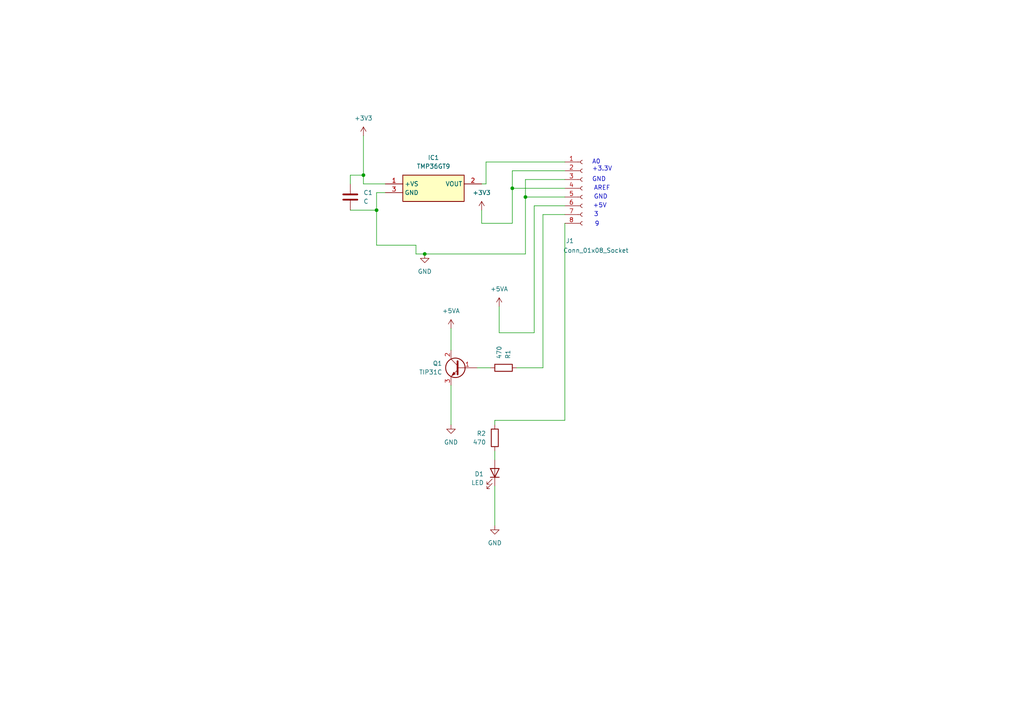
<source format=kicad_sch>
(kicad_sch
	(version 20250114)
	(generator "eeschema")
	(generator_version "9.0")
	(uuid "9b4716e4-cba0-4eba-840b-cc14d979358d")
	(paper "A4")
	(lib_symbols
		(symbol "Connector:Conn_01x08_Socket"
			(pin_names
				(offset 1.016)
				(hide yes)
			)
			(exclude_from_sim no)
			(in_bom yes)
			(on_board yes)
			(property "Reference" "J"
				(at 0 10.16 0)
				(effects
					(font
						(size 1.27 1.27)
					)
				)
			)
			(property "Value" "Conn_01x08_Socket"
				(at 0 -12.7 0)
				(effects
					(font
						(size 1.27 1.27)
					)
				)
			)
			(property "Footprint" ""
				(at 0 0 0)
				(effects
					(font
						(size 1.27 1.27)
					)
					(hide yes)
				)
			)
			(property "Datasheet" "~"
				(at 0 0 0)
				(effects
					(font
						(size 1.27 1.27)
					)
					(hide yes)
				)
			)
			(property "Description" "Generic connector, single row, 01x08, script generated"
				(at 0 0 0)
				(effects
					(font
						(size 1.27 1.27)
					)
					(hide yes)
				)
			)
			(property "ki_locked" ""
				(at 0 0 0)
				(effects
					(font
						(size 1.27 1.27)
					)
				)
			)
			(property "ki_keywords" "connector"
				(at 0 0 0)
				(effects
					(font
						(size 1.27 1.27)
					)
					(hide yes)
				)
			)
			(property "ki_fp_filters" "Connector*:*_1x??_*"
				(at 0 0 0)
				(effects
					(font
						(size 1.27 1.27)
					)
					(hide yes)
				)
			)
			(symbol "Conn_01x08_Socket_1_1"
				(polyline
					(pts
						(xy -1.27 7.62) (xy -0.508 7.62)
					)
					(stroke
						(width 0.1524)
						(type default)
					)
					(fill
						(type none)
					)
				)
				(polyline
					(pts
						(xy -1.27 5.08) (xy -0.508 5.08)
					)
					(stroke
						(width 0.1524)
						(type default)
					)
					(fill
						(type none)
					)
				)
				(polyline
					(pts
						(xy -1.27 2.54) (xy -0.508 2.54)
					)
					(stroke
						(width 0.1524)
						(type default)
					)
					(fill
						(type none)
					)
				)
				(polyline
					(pts
						(xy -1.27 0) (xy -0.508 0)
					)
					(stroke
						(width 0.1524)
						(type default)
					)
					(fill
						(type none)
					)
				)
				(polyline
					(pts
						(xy -1.27 -2.54) (xy -0.508 -2.54)
					)
					(stroke
						(width 0.1524)
						(type default)
					)
					(fill
						(type none)
					)
				)
				(polyline
					(pts
						(xy -1.27 -5.08) (xy -0.508 -5.08)
					)
					(stroke
						(width 0.1524)
						(type default)
					)
					(fill
						(type none)
					)
				)
				(polyline
					(pts
						(xy -1.27 -7.62) (xy -0.508 -7.62)
					)
					(stroke
						(width 0.1524)
						(type default)
					)
					(fill
						(type none)
					)
				)
				(polyline
					(pts
						(xy -1.27 -10.16) (xy -0.508 -10.16)
					)
					(stroke
						(width 0.1524)
						(type default)
					)
					(fill
						(type none)
					)
				)
				(arc
					(start 0 7.112)
					(mid -0.5058 7.62)
					(end 0 8.128)
					(stroke
						(width 0.1524)
						(type default)
					)
					(fill
						(type none)
					)
				)
				(arc
					(start 0 4.572)
					(mid -0.5058 5.08)
					(end 0 5.588)
					(stroke
						(width 0.1524)
						(type default)
					)
					(fill
						(type none)
					)
				)
				(arc
					(start 0 2.032)
					(mid -0.5058 2.54)
					(end 0 3.048)
					(stroke
						(width 0.1524)
						(type default)
					)
					(fill
						(type none)
					)
				)
				(arc
					(start 0 -0.508)
					(mid -0.5058 0)
					(end 0 0.508)
					(stroke
						(width 0.1524)
						(type default)
					)
					(fill
						(type none)
					)
				)
				(arc
					(start 0 -3.048)
					(mid -0.5058 -2.54)
					(end 0 -2.032)
					(stroke
						(width 0.1524)
						(type default)
					)
					(fill
						(type none)
					)
				)
				(arc
					(start 0 -5.588)
					(mid -0.5058 -5.08)
					(end 0 -4.572)
					(stroke
						(width 0.1524)
						(type default)
					)
					(fill
						(type none)
					)
				)
				(arc
					(start 0 -8.128)
					(mid -0.5058 -7.62)
					(end 0 -7.112)
					(stroke
						(width 0.1524)
						(type default)
					)
					(fill
						(type none)
					)
				)
				(arc
					(start 0 -10.668)
					(mid -0.5058 -10.16)
					(end 0 -9.652)
					(stroke
						(width 0.1524)
						(type default)
					)
					(fill
						(type none)
					)
				)
				(pin passive line
					(at -5.08 7.62 0)
					(length 3.81)
					(name "Pin_1"
						(effects
							(font
								(size 1.27 1.27)
							)
						)
					)
					(number "1"
						(effects
							(font
								(size 1.27 1.27)
							)
						)
					)
				)
				(pin passive line
					(at -5.08 5.08 0)
					(length 3.81)
					(name "Pin_2"
						(effects
							(font
								(size 1.27 1.27)
							)
						)
					)
					(number "2"
						(effects
							(font
								(size 1.27 1.27)
							)
						)
					)
				)
				(pin passive line
					(at -5.08 2.54 0)
					(length 3.81)
					(name "Pin_3"
						(effects
							(font
								(size 1.27 1.27)
							)
						)
					)
					(number "3"
						(effects
							(font
								(size 1.27 1.27)
							)
						)
					)
				)
				(pin passive line
					(at -5.08 0 0)
					(length 3.81)
					(name "Pin_4"
						(effects
							(font
								(size 1.27 1.27)
							)
						)
					)
					(number "4"
						(effects
							(font
								(size 1.27 1.27)
							)
						)
					)
				)
				(pin passive line
					(at -5.08 -2.54 0)
					(length 3.81)
					(name "Pin_5"
						(effects
							(font
								(size 1.27 1.27)
							)
						)
					)
					(number "5"
						(effects
							(font
								(size 1.27 1.27)
							)
						)
					)
				)
				(pin passive line
					(at -5.08 -5.08 0)
					(length 3.81)
					(name "Pin_6"
						(effects
							(font
								(size 1.27 1.27)
							)
						)
					)
					(number "6"
						(effects
							(font
								(size 1.27 1.27)
							)
						)
					)
				)
				(pin passive line
					(at -5.08 -7.62 0)
					(length 3.81)
					(name "Pin_7"
						(effects
							(font
								(size 1.27 1.27)
							)
						)
					)
					(number "7"
						(effects
							(font
								(size 1.27 1.27)
							)
						)
					)
				)
				(pin passive line
					(at -5.08 -10.16 0)
					(length 3.81)
					(name "Pin_8"
						(effects
							(font
								(size 1.27 1.27)
							)
						)
					)
					(number "8"
						(effects
							(font
								(size 1.27 1.27)
							)
						)
					)
				)
			)
			(embedded_fonts no)
		)
		(symbol "Device:C"
			(pin_numbers
				(hide yes)
			)
			(pin_names
				(offset 0.254)
			)
			(exclude_from_sim no)
			(in_bom yes)
			(on_board yes)
			(property "Reference" "C"
				(at 0.635 2.54 0)
				(effects
					(font
						(size 1.27 1.27)
					)
					(justify left)
				)
			)
			(property "Value" "C"
				(at 0.635 -2.54 0)
				(effects
					(font
						(size 1.27 1.27)
					)
					(justify left)
				)
			)
			(property "Footprint" ""
				(at 0.9652 -3.81 0)
				(effects
					(font
						(size 1.27 1.27)
					)
					(hide yes)
				)
			)
			(property "Datasheet" "~"
				(at 0 0 0)
				(effects
					(font
						(size 1.27 1.27)
					)
					(hide yes)
				)
			)
			(property "Description" "Unpolarized capacitor"
				(at 0 0 0)
				(effects
					(font
						(size 1.27 1.27)
					)
					(hide yes)
				)
			)
			(property "ki_keywords" "cap capacitor"
				(at 0 0 0)
				(effects
					(font
						(size 1.27 1.27)
					)
					(hide yes)
				)
			)
			(property "ki_fp_filters" "C_*"
				(at 0 0 0)
				(effects
					(font
						(size 1.27 1.27)
					)
					(hide yes)
				)
			)
			(symbol "C_0_1"
				(polyline
					(pts
						(xy -2.032 0.762) (xy 2.032 0.762)
					)
					(stroke
						(width 0.508)
						(type default)
					)
					(fill
						(type none)
					)
				)
				(polyline
					(pts
						(xy -2.032 -0.762) (xy 2.032 -0.762)
					)
					(stroke
						(width 0.508)
						(type default)
					)
					(fill
						(type none)
					)
				)
			)
			(symbol "C_1_1"
				(pin passive line
					(at 0 3.81 270)
					(length 2.794)
					(name "~"
						(effects
							(font
								(size 1.27 1.27)
							)
						)
					)
					(number "1"
						(effects
							(font
								(size 1.27 1.27)
							)
						)
					)
				)
				(pin passive line
					(at 0 -3.81 90)
					(length 2.794)
					(name "~"
						(effects
							(font
								(size 1.27 1.27)
							)
						)
					)
					(number "2"
						(effects
							(font
								(size 1.27 1.27)
							)
						)
					)
				)
			)
			(embedded_fonts no)
		)
		(symbol "Device:LED"
			(pin_numbers
				(hide yes)
			)
			(pin_names
				(offset 1.016)
				(hide yes)
			)
			(exclude_from_sim no)
			(in_bom yes)
			(on_board yes)
			(property "Reference" "D"
				(at 0 2.54 0)
				(effects
					(font
						(size 1.27 1.27)
					)
				)
			)
			(property "Value" "LED"
				(at 0 -2.54 0)
				(effects
					(font
						(size 1.27 1.27)
					)
				)
			)
			(property "Footprint" ""
				(at 0 0 0)
				(effects
					(font
						(size 1.27 1.27)
					)
					(hide yes)
				)
			)
			(property "Datasheet" "~"
				(at 0 0 0)
				(effects
					(font
						(size 1.27 1.27)
					)
					(hide yes)
				)
			)
			(property "Description" "Light emitting diode"
				(at 0 0 0)
				(effects
					(font
						(size 1.27 1.27)
					)
					(hide yes)
				)
			)
			(property "ki_keywords" "LED diode"
				(at 0 0 0)
				(effects
					(font
						(size 1.27 1.27)
					)
					(hide yes)
				)
			)
			(property "ki_fp_filters" "LED* LED_SMD:* LED_THT:*"
				(at 0 0 0)
				(effects
					(font
						(size 1.27 1.27)
					)
					(hide yes)
				)
			)
			(symbol "LED_0_1"
				(polyline
					(pts
						(xy -3.048 -0.762) (xy -4.572 -2.286) (xy -3.81 -2.286) (xy -4.572 -2.286) (xy -4.572 -1.524)
					)
					(stroke
						(width 0)
						(type default)
					)
					(fill
						(type none)
					)
				)
				(polyline
					(pts
						(xy -1.778 -0.762) (xy -3.302 -2.286) (xy -2.54 -2.286) (xy -3.302 -2.286) (xy -3.302 -1.524)
					)
					(stroke
						(width 0)
						(type default)
					)
					(fill
						(type none)
					)
				)
				(polyline
					(pts
						(xy -1.27 0) (xy 1.27 0)
					)
					(stroke
						(width 0)
						(type default)
					)
					(fill
						(type none)
					)
				)
				(polyline
					(pts
						(xy -1.27 -1.27) (xy -1.27 1.27)
					)
					(stroke
						(width 0.254)
						(type default)
					)
					(fill
						(type none)
					)
				)
				(polyline
					(pts
						(xy 1.27 -1.27) (xy 1.27 1.27) (xy -1.27 0) (xy 1.27 -1.27)
					)
					(stroke
						(width 0.254)
						(type default)
					)
					(fill
						(type none)
					)
				)
			)
			(symbol "LED_1_1"
				(pin passive line
					(at -3.81 0 0)
					(length 2.54)
					(name "K"
						(effects
							(font
								(size 1.27 1.27)
							)
						)
					)
					(number "1"
						(effects
							(font
								(size 1.27 1.27)
							)
						)
					)
				)
				(pin passive line
					(at 3.81 0 180)
					(length 2.54)
					(name "A"
						(effects
							(font
								(size 1.27 1.27)
							)
						)
					)
					(number "2"
						(effects
							(font
								(size 1.27 1.27)
							)
						)
					)
				)
			)
			(embedded_fonts no)
		)
		(symbol "Device:R"
			(pin_numbers
				(hide yes)
			)
			(pin_names
				(offset 0)
			)
			(exclude_from_sim no)
			(in_bom yes)
			(on_board yes)
			(property "Reference" "R"
				(at 2.032 0 90)
				(effects
					(font
						(size 1.27 1.27)
					)
				)
			)
			(property "Value" "R"
				(at 0 0 90)
				(effects
					(font
						(size 1.27 1.27)
					)
				)
			)
			(property "Footprint" ""
				(at -1.778 0 90)
				(effects
					(font
						(size 1.27 1.27)
					)
					(hide yes)
				)
			)
			(property "Datasheet" "~"
				(at 0 0 0)
				(effects
					(font
						(size 1.27 1.27)
					)
					(hide yes)
				)
			)
			(property "Description" "Resistor"
				(at 0 0 0)
				(effects
					(font
						(size 1.27 1.27)
					)
					(hide yes)
				)
			)
			(property "ki_keywords" "R res resistor"
				(at 0 0 0)
				(effects
					(font
						(size 1.27 1.27)
					)
					(hide yes)
				)
			)
			(property "ki_fp_filters" "R_*"
				(at 0 0 0)
				(effects
					(font
						(size 1.27 1.27)
					)
					(hide yes)
				)
			)
			(symbol "R_0_1"
				(rectangle
					(start -1.016 -2.54)
					(end 1.016 2.54)
					(stroke
						(width 0.254)
						(type default)
					)
					(fill
						(type none)
					)
				)
			)
			(symbol "R_1_1"
				(pin passive line
					(at 0 3.81 270)
					(length 1.27)
					(name "~"
						(effects
							(font
								(size 1.27 1.27)
							)
						)
					)
					(number "1"
						(effects
							(font
								(size 1.27 1.27)
							)
						)
					)
				)
				(pin passive line
					(at 0 -3.81 90)
					(length 1.27)
					(name "~"
						(effects
							(font
								(size 1.27 1.27)
							)
						)
					)
					(number "2"
						(effects
							(font
								(size 1.27 1.27)
							)
						)
					)
				)
			)
			(embedded_fonts no)
		)
		(symbol "SamacSys_Parts:TMP36GT9"
			(exclude_from_sim no)
			(in_bom yes)
			(on_board yes)
			(property "Reference" "IC"
				(at 24.13 7.62 0)
				(effects
					(font
						(size 1.27 1.27)
					)
					(justify left top)
				)
			)
			(property "Value" "TMP36GT9"
				(at 24.13 5.08 0)
				(effects
					(font
						(size 1.27 1.27)
					)
					(justify left top)
				)
			)
			(property "Footprint" "TMP36GT9"
				(at 24.13 -94.92 0)
				(effects
					(font
						(size 1.27 1.27)
					)
					(justify left top)
					(hide yes)
				)
			)
			(property "Datasheet" "https://www.analog.com/media/en/technical-documentation/data-sheets/TMP35_36_37.pdf"
				(at 24.13 -194.92 0)
				(effects
					(font
						(size 1.27 1.27)
					)
					(justify left top)
					(hide yes)
				)
			)
			(property "Description" "Temperature Sensor Analog, Local -40C ~ 125C 10mV/C TO-92-3"
				(at 0 0 0)
				(effects
					(font
						(size 1.27 1.27)
					)
					(hide yes)
				)
			)
			(property "Height" "5.33"
				(at 24.13 -394.92 0)
				(effects
					(font
						(size 1.27 1.27)
					)
					(justify left top)
					(hide yes)
				)
			)
			(property "Manufacturer_Name" "Analog Devices"
				(at 24.13 -494.92 0)
				(effects
					(font
						(size 1.27 1.27)
					)
					(justify left top)
					(hide yes)
				)
			)
			(property "Manufacturer_Part_Number" "TMP36GT9"
				(at 24.13 -594.92 0)
				(effects
					(font
						(size 1.27 1.27)
					)
					(justify left top)
					(hide yes)
				)
			)
			(property "Mouser Part Number" "584-TMP36GT9"
				(at 24.13 -694.92 0)
				(effects
					(font
						(size 1.27 1.27)
					)
					(justify left top)
					(hide yes)
				)
			)
			(property "Mouser Price/Stock" "https://www.mouser.co.uk/ProductDetail/Analog-Devices/TMP36GT9?qs=WIvQP4zGaniCDWk%2FiCazJw%3D%3D"
				(at 24.13 -794.92 0)
				(effects
					(font
						(size 1.27 1.27)
					)
					(justify left top)
					(hide yes)
				)
			)
			(property "Arrow Part Number" "TMP36GT9"
				(at 24.13 -894.92 0)
				(effects
					(font
						(size 1.27 1.27)
					)
					(justify left top)
					(hide yes)
				)
			)
			(property "Arrow Price/Stock" "https://www.arrow.com/en/products/tmp36gt9/analog-devices?region=nac"
				(at 24.13 -994.92 0)
				(effects
					(font
						(size 1.27 1.27)
					)
					(justify left top)
					(hide yes)
				)
			)
			(symbol "TMP36GT9_1_1"
				(rectangle
					(start 5.08 2.54)
					(end 22.86 -5.08)
					(stroke
						(width 0.254)
						(type default)
					)
					(fill
						(type background)
					)
				)
				(pin passive line
					(at 0 0 0)
					(length 5.08)
					(name "+VS"
						(effects
							(font
								(size 1.27 1.27)
							)
						)
					)
					(number "1"
						(effects
							(font
								(size 1.27 1.27)
							)
						)
					)
				)
				(pin passive line
					(at 0 -2.54 0)
					(length 5.08)
					(name "GND"
						(effects
							(font
								(size 1.27 1.27)
							)
						)
					)
					(number "3"
						(effects
							(font
								(size 1.27 1.27)
							)
						)
					)
				)
				(pin passive line
					(at 27.94 0 180)
					(length 5.08)
					(name "VOUT"
						(effects
							(font
								(size 1.27 1.27)
							)
						)
					)
					(number "2"
						(effects
							(font
								(size 1.27 1.27)
							)
						)
					)
				)
			)
			(embedded_fonts no)
		)
		(symbol "Transistor_BJT:TIP41C"
			(pin_names
				(offset 0)
				(hide yes)
			)
			(exclude_from_sim no)
			(in_bom yes)
			(on_board yes)
			(property "Reference" "Q"
				(at 6.35 1.905 0)
				(effects
					(font
						(size 1.27 1.27)
					)
					(justify left)
				)
			)
			(property "Value" "TIP41C"
				(at 6.35 0 0)
				(effects
					(font
						(size 1.27 1.27)
					)
					(justify left)
				)
			)
			(property "Footprint" "Package_TO_SOT_THT:TO-220-3_Vertical"
				(at 6.35 -1.905 0)
				(effects
					(font
						(size 1.27 1.27)
						(italic yes)
					)
					(justify left)
					(hide yes)
				)
			)
			(property "Datasheet" "https://www.centralsemi.com/get_document.php?cmp=1&mergetype=pd&mergepath=pd&pdf_id=tip41.PDF"
				(at 0 0 0)
				(effects
					(font
						(size 1.27 1.27)
					)
					(justify left)
					(hide yes)
				)
			)
			(property "Description" "6A Ic, 100V Vce, Power NPN Transistor, TO-220"
				(at 0 0 0)
				(effects
					(font
						(size 1.27 1.27)
					)
					(hide yes)
				)
			)
			(property "ki_keywords" "power NPN Transistor"
				(at 0 0 0)
				(effects
					(font
						(size 1.27 1.27)
					)
					(hide yes)
				)
			)
			(property "ki_fp_filters" "TO?220*"
				(at 0 0 0)
				(effects
					(font
						(size 1.27 1.27)
					)
					(hide yes)
				)
			)
			(symbol "TIP41C_0_1"
				(polyline
					(pts
						(xy 0.635 1.905) (xy 0.635 -1.905) (xy 0.635 -1.905)
					)
					(stroke
						(width 0.508)
						(type default)
					)
					(fill
						(type none)
					)
				)
				(polyline
					(pts
						(xy 0.635 0.635) (xy 2.54 2.54)
					)
					(stroke
						(width 0)
						(type default)
					)
					(fill
						(type none)
					)
				)
				(polyline
					(pts
						(xy 0.635 -0.635) (xy 2.54 -2.54) (xy 2.54 -2.54)
					)
					(stroke
						(width 0)
						(type default)
					)
					(fill
						(type none)
					)
				)
				(circle
					(center 1.27 0)
					(radius 2.8194)
					(stroke
						(width 0.254)
						(type default)
					)
					(fill
						(type none)
					)
				)
				(polyline
					(pts
						(xy 1.27 -1.778) (xy 1.778 -1.27) (xy 2.286 -2.286) (xy 1.27 -1.778) (xy 1.27 -1.778)
					)
					(stroke
						(width 0)
						(type default)
					)
					(fill
						(type outline)
					)
				)
			)
			(symbol "TIP41C_1_1"
				(pin input line
					(at -5.08 0 0)
					(length 5.715)
					(name "B"
						(effects
							(font
								(size 1.27 1.27)
							)
						)
					)
					(number "1"
						(effects
							(font
								(size 1.27 1.27)
							)
						)
					)
				)
				(pin passive line
					(at 2.54 5.08 270)
					(length 2.54)
					(name "C"
						(effects
							(font
								(size 1.27 1.27)
							)
						)
					)
					(number "2"
						(effects
							(font
								(size 1.27 1.27)
							)
						)
					)
				)
				(pin passive line
					(at 2.54 -5.08 90)
					(length 2.54)
					(name "E"
						(effects
							(font
								(size 1.27 1.27)
							)
						)
					)
					(number "3"
						(effects
							(font
								(size 1.27 1.27)
							)
						)
					)
				)
			)
			(embedded_fonts no)
		)
		(symbol "power:+3V3"
			(power)
			(pin_names
				(offset 0)
			)
			(exclude_from_sim no)
			(in_bom yes)
			(on_board yes)
			(property "Reference" "#PWR"
				(at 0 -3.81 0)
				(effects
					(font
						(size 1.27 1.27)
					)
					(hide yes)
				)
			)
			(property "Value" "+3V3"
				(at 0 3.556 0)
				(effects
					(font
						(size 1.27 1.27)
					)
				)
			)
			(property "Footprint" ""
				(at 0 0 0)
				(effects
					(font
						(size 1.27 1.27)
					)
					(hide yes)
				)
			)
			(property "Datasheet" ""
				(at 0 0 0)
				(effects
					(font
						(size 1.27 1.27)
					)
					(hide yes)
				)
			)
			(property "Description" "Power symbol creates a global label with name \"+3V3\""
				(at 0 0 0)
				(effects
					(font
						(size 1.27 1.27)
					)
					(hide yes)
				)
			)
			(property "ki_keywords" "power-flag"
				(at 0 0 0)
				(effects
					(font
						(size 1.27 1.27)
					)
					(hide yes)
				)
			)
			(symbol "+3V3_0_1"
				(polyline
					(pts
						(xy -0.762 1.27) (xy 0 2.54)
					)
					(stroke
						(width 0)
						(type default)
					)
					(fill
						(type none)
					)
				)
				(polyline
					(pts
						(xy 0 2.54) (xy 0.762 1.27)
					)
					(stroke
						(width 0)
						(type default)
					)
					(fill
						(type none)
					)
				)
				(polyline
					(pts
						(xy 0 0) (xy 0 2.54)
					)
					(stroke
						(width 0)
						(type default)
					)
					(fill
						(type none)
					)
				)
			)
			(symbol "+3V3_1_1"
				(pin power_in line
					(at 0 0 90)
					(length 0)
					(hide yes)
					(name "+3V3"
						(effects
							(font
								(size 1.27 1.27)
							)
						)
					)
					(number "1"
						(effects
							(font
								(size 1.27 1.27)
							)
						)
					)
				)
			)
			(embedded_fonts no)
		)
		(symbol "power:+5VA"
			(power)
			(pin_names
				(offset 0)
			)
			(exclude_from_sim no)
			(in_bom yes)
			(on_board yes)
			(property "Reference" "#PWR"
				(at 0 -3.81 0)
				(effects
					(font
						(size 1.27 1.27)
					)
					(hide yes)
				)
			)
			(property "Value" "+5VA"
				(at 0 3.556 0)
				(effects
					(font
						(size 1.27 1.27)
					)
				)
			)
			(property "Footprint" ""
				(at 0 0 0)
				(effects
					(font
						(size 1.27 1.27)
					)
					(hide yes)
				)
			)
			(property "Datasheet" ""
				(at 0 0 0)
				(effects
					(font
						(size 1.27 1.27)
					)
					(hide yes)
				)
			)
			(property "Description" "Power symbol creates a global label with name \"+5VA\""
				(at 0 0 0)
				(effects
					(font
						(size 1.27 1.27)
					)
					(hide yes)
				)
			)
			(property "ki_keywords" "power-flag"
				(at 0 0 0)
				(effects
					(font
						(size 1.27 1.27)
					)
					(hide yes)
				)
			)
			(symbol "+5VA_0_1"
				(polyline
					(pts
						(xy -0.762 1.27) (xy 0 2.54)
					)
					(stroke
						(width 0)
						(type default)
					)
					(fill
						(type none)
					)
				)
				(polyline
					(pts
						(xy 0 2.54) (xy 0.762 1.27)
					)
					(stroke
						(width 0)
						(type default)
					)
					(fill
						(type none)
					)
				)
				(polyline
					(pts
						(xy 0 0) (xy 0 2.54)
					)
					(stroke
						(width 0)
						(type default)
					)
					(fill
						(type none)
					)
				)
			)
			(symbol "+5VA_1_1"
				(pin power_in line
					(at 0 0 90)
					(length 0)
					(hide yes)
					(name "+5VA"
						(effects
							(font
								(size 1.27 1.27)
							)
						)
					)
					(number "1"
						(effects
							(font
								(size 1.27 1.27)
							)
						)
					)
				)
			)
			(embedded_fonts no)
		)
		(symbol "power:GND"
			(power)
			(pin_names
				(offset 0)
			)
			(exclude_from_sim no)
			(in_bom yes)
			(on_board yes)
			(property "Reference" "#PWR"
				(at 0 -6.35 0)
				(effects
					(font
						(size 1.27 1.27)
					)
					(hide yes)
				)
			)
			(property "Value" "GND"
				(at 0 -3.81 0)
				(effects
					(font
						(size 1.27 1.27)
					)
				)
			)
			(property "Footprint" ""
				(at 0 0 0)
				(effects
					(font
						(size 1.27 1.27)
					)
					(hide yes)
				)
			)
			(property "Datasheet" ""
				(at 0 0 0)
				(effects
					(font
						(size 1.27 1.27)
					)
					(hide yes)
				)
			)
			(property "Description" "Power symbol creates a global label with name \"GND\" , ground"
				(at 0 0 0)
				(effects
					(font
						(size 1.27 1.27)
					)
					(hide yes)
				)
			)
			(property "ki_keywords" "power-flag"
				(at 0 0 0)
				(effects
					(font
						(size 1.27 1.27)
					)
					(hide yes)
				)
			)
			(symbol "GND_0_1"
				(polyline
					(pts
						(xy 0 0) (xy 0 -1.27) (xy 1.27 -1.27) (xy 0 -2.54) (xy -1.27 -1.27) (xy 0 -1.27)
					)
					(stroke
						(width 0)
						(type default)
					)
					(fill
						(type none)
					)
				)
			)
			(symbol "GND_1_1"
				(pin power_in line
					(at 0 0 270)
					(length 0)
					(hide yes)
					(name "GND"
						(effects
							(font
								(size 1.27 1.27)
							)
						)
					)
					(number "1"
						(effects
							(font
								(size 1.27 1.27)
							)
						)
					)
				)
			)
			(embedded_fonts no)
		)
	)
	(text "+5V"
		(exclude_from_sim no)
		(at 176.022 60.452 0)
		(effects
			(font
				(size 1.27 1.27)
			)
			(justify right bottom)
		)
		(uuid "0f2d43f4-9ee9-4af4-b272-618a6d622449")
	)
	(text "9"
		(exclude_from_sim no)
		(at 172.466 65.786 0)
		(effects
			(font
				(size 1.27 1.27)
			)
			(justify left bottom)
		)
		(uuid "20adc09a-be5b-4be6-acb2-91759ea62488")
	)
	(text "A0"
		(exclude_from_sim no)
		(at 171.704 47.752 0)
		(effects
			(font
				(size 1.27 1.27)
			)
			(justify left bottom)
		)
		(uuid "24bf1852-4ddf-4794-b0b1-d9046cdfff1c")
	)
	(text "GND"
		(exclude_from_sim no)
		(at 171.704 52.832 0)
		(effects
			(font
				(size 1.27 1.27)
			)
			(justify left bottom)
		)
		(uuid "4ed17f51-ec68-4a84-a535-7ab660880ab8")
	)
	(text "GND"
		(exclude_from_sim no)
		(at 176.276 57.912 0)
		(effects
			(font
				(size 1.27 1.27)
			)
			(justify right bottom)
		)
		(uuid "5b2443bb-c4ff-4994-be88-92523fbc5860")
	)
	(text "+3.3V"
		(exclude_from_sim no)
		(at 171.704 49.784 0)
		(effects
			(font
				(size 1.27 1.27)
			)
			(justify left bottom)
		)
		(uuid "c5e07741-4fd6-45e7-94f3-cf230e0a8ea3")
	)
	(text "AREF"
		(exclude_from_sim no)
		(at 172.212 55.372 0)
		(effects
			(font
				(size 1.27 1.27)
			)
			(justify left bottom)
		)
		(uuid "d9fd1551-a0ba-4e14-9b2f-441b0156bda8")
	)
	(text "3"
		(exclude_from_sim no)
		(at 172.212 62.992 0)
		(effects
			(font
				(size 1.27 1.27)
			)
			(justify left bottom)
		)
		(uuid "f94e8c5f-15f1-46ab-b54a-cef3826df5aa")
	)
	(junction
		(at 105.41 50.8)
		(diameter 0)
		(color 0 0 0 0)
		(uuid "55806a90-cd52-4577-9b23-b373a07eb9a0")
	)
	(junction
		(at 148.59 54.61)
		(diameter 0)
		(color 0 0 0 0)
		(uuid "5903c9fe-0795-46fd-b77d-4723fa7389f8")
	)
	(junction
		(at 109.22 60.96)
		(diameter 0)
		(color 0 0 0 0)
		(uuid "5d9d0d28-099e-476d-8c1f-7fc126931ea6")
	)
	(junction
		(at 152.4 57.15)
		(diameter 0)
		(color 0 0 0 0)
		(uuid "84ddc8f4-68bf-4ca0-a403-38ac14fa1921")
	)
	(junction
		(at 123.19 73.66)
		(diameter 0)
		(color 0 0 0 0)
		(uuid "f436b218-5f03-4be8-b6d2-5618a0e1ef85")
	)
	(wire
		(pts
			(xy 101.6 60.96) (xy 109.22 60.96)
		)
		(stroke
			(width 0)
			(type default)
		)
		(uuid "00cc7022-6d3c-44eb-b816-99f091986f85")
	)
	(wire
		(pts
			(xy 139.7 64.77) (xy 148.59 64.77)
		)
		(stroke
			(width 0)
			(type default)
		)
		(uuid "02f85133-51fd-49de-8d18-894cd6c855b8")
	)
	(wire
		(pts
			(xy 154.94 59.69) (xy 163.83 59.69)
		)
		(stroke
			(width 0)
			(type default)
		)
		(uuid "03613a83-7df0-4a58-9792-cb724db75e9d")
	)
	(wire
		(pts
			(xy 143.51 130.81) (xy 143.51 133.35)
		)
		(stroke
			(width 0)
			(type default)
		)
		(uuid "03d0bc4d-5476-4427-97a0-ff296693ff08")
	)
	(wire
		(pts
			(xy 123.19 73.66) (xy 152.4 73.66)
		)
		(stroke
			(width 0)
			(type default)
		)
		(uuid "0430d2b0-afe6-4294-8af6-e6dc0b9cb4cd")
	)
	(wire
		(pts
			(xy 123.19 73.66) (xy 120.65 73.66)
		)
		(stroke
			(width 0)
			(type default)
		)
		(uuid "09444ca0-f327-4fa8-bac1-8e793c03bf2e")
	)
	(wire
		(pts
			(xy 109.22 55.88) (xy 109.22 60.96)
		)
		(stroke
			(width 0)
			(type default)
		)
		(uuid "094bc1b2-3347-4d28-a714-28f4e7a49add")
	)
	(wire
		(pts
			(xy 163.83 64.77) (xy 163.83 121.92)
		)
		(stroke
			(width 0)
			(type default)
		)
		(uuid "10bc384f-31b9-41c2-90c8-73644ac4db91")
	)
	(wire
		(pts
			(xy 143.51 121.92) (xy 163.83 121.92)
		)
		(stroke
			(width 0)
			(type default)
		)
		(uuid "12299d3c-181c-4862-956b-ebc7d1cc0eba")
	)
	(wire
		(pts
			(xy 120.65 73.66) (xy 120.65 71.12)
		)
		(stroke
			(width 0)
			(type default)
		)
		(uuid "14b2e4cc-e735-4311-8e6e-272f011e0b84")
	)
	(wire
		(pts
			(xy 152.4 52.07) (xy 152.4 57.15)
		)
		(stroke
			(width 0)
			(type default)
		)
		(uuid "1ba2843a-ee7b-4ea5-8f0c-edd3b82d707b")
	)
	(wire
		(pts
			(xy 144.78 88.9) (xy 144.78 96.52)
		)
		(stroke
			(width 0)
			(type default)
		)
		(uuid "1f5ee951-e07b-46d9-aa78-e69ae8cb7ca7")
	)
	(wire
		(pts
			(xy 143.51 140.97) (xy 143.51 152.4)
		)
		(stroke
			(width 0)
			(type default)
		)
		(uuid "23eee5ba-1bd5-4958-abb4-27aa157d6abe")
	)
	(wire
		(pts
			(xy 154.94 96.52) (xy 144.78 96.52)
		)
		(stroke
			(width 0)
			(type default)
		)
		(uuid "24100cf1-0f24-43a6-b938-226ba3f908d5")
	)
	(wire
		(pts
			(xy 152.4 57.15) (xy 152.4 73.66)
		)
		(stroke
			(width 0)
			(type default)
		)
		(uuid "2b8f3488-0914-4ed0-b39d-62cc76e3cd60")
	)
	(wire
		(pts
			(xy 157.48 62.23) (xy 157.48 106.68)
		)
		(stroke
			(width 0)
			(type default)
		)
		(uuid "3218e1eb-b168-4b49-bde2-155ec757db28")
	)
	(wire
		(pts
			(xy 130.81 111.76) (xy 130.81 123.19)
		)
		(stroke
			(width 0)
			(type default)
		)
		(uuid "349dda2e-570c-41ce-a3cc-98ce6c801324")
	)
	(wire
		(pts
			(xy 148.59 54.61) (xy 163.83 54.61)
		)
		(stroke
			(width 0)
			(type default)
		)
		(uuid "3b8bfb1b-4388-4b8b-865d-b0b20fdf8c37")
	)
	(wire
		(pts
			(xy 109.22 60.96) (xy 109.22 71.12)
		)
		(stroke
			(width 0)
			(type default)
		)
		(uuid "4877f3e4-218a-43ad-a984-e86d2945192c")
	)
	(wire
		(pts
			(xy 105.41 39.37) (xy 105.41 50.8)
		)
		(stroke
			(width 0)
			(type default)
		)
		(uuid "6142fa92-ee09-4bb6-9656-8824ffe383d6")
	)
	(wire
		(pts
			(xy 157.48 106.68) (xy 149.86 106.68)
		)
		(stroke
			(width 0)
			(type default)
		)
		(uuid "68f5a80f-3f4c-45b8-a76b-68d0b2d5aed7")
	)
	(wire
		(pts
			(xy 154.94 59.69) (xy 154.94 96.52)
		)
		(stroke
			(width 0)
			(type default)
		)
		(uuid "6ea195c1-b02c-448e-b9b4-5e1e5829acee")
	)
	(wire
		(pts
			(xy 148.59 49.53) (xy 148.59 54.61)
		)
		(stroke
			(width 0)
			(type default)
		)
		(uuid "7d804229-499f-4d9e-ac36-650f65aaa061")
	)
	(wire
		(pts
			(xy 148.59 54.61) (xy 148.59 64.77)
		)
		(stroke
			(width 0)
			(type default)
		)
		(uuid "923d3b3e-eb1f-4f12-a01e-b7d555b7fbab")
	)
	(wire
		(pts
			(xy 139.7 60.96) (xy 139.7 64.77)
		)
		(stroke
			(width 0)
			(type default)
		)
		(uuid "9a6297f7-c331-4823-a299-d0f25f1bb689")
	)
	(wire
		(pts
			(xy 148.59 49.53) (xy 163.83 49.53)
		)
		(stroke
			(width 0)
			(type default)
		)
		(uuid "9e3c9d33-6ede-45c8-9ac9-c81f7f602d28")
	)
	(wire
		(pts
			(xy 140.97 53.34) (xy 139.7 53.34)
		)
		(stroke
			(width 0)
			(type default)
		)
		(uuid "a64b2252-bfa7-4424-a7cd-cef41cf9d713")
	)
	(wire
		(pts
			(xy 105.41 53.34) (xy 111.76 53.34)
		)
		(stroke
			(width 0)
			(type default)
		)
		(uuid "a86f9189-4f60-4280-aa70-c2c3c16802f7")
	)
	(wire
		(pts
			(xy 101.6 50.8) (xy 101.6 53.34)
		)
		(stroke
			(width 0)
			(type default)
		)
		(uuid "a9b5cb2b-71f8-4816-9430-d1f939b6767e")
	)
	(wire
		(pts
			(xy 140.97 46.99) (xy 140.97 53.34)
		)
		(stroke
			(width 0)
			(type default)
		)
		(uuid "add60523-5dd3-4ea8-b115-2c26f7445afe")
	)
	(wire
		(pts
			(xy 109.22 71.12) (xy 120.65 71.12)
		)
		(stroke
			(width 0)
			(type default)
		)
		(uuid "aeeed5a4-b611-430d-b426-d9dbae784104")
	)
	(wire
		(pts
			(xy 152.4 57.15) (xy 163.83 57.15)
		)
		(stroke
			(width 0)
			(type default)
		)
		(uuid "b28d698d-92c3-49a1-896a-a17137aafef9")
	)
	(wire
		(pts
			(xy 163.83 52.07) (xy 152.4 52.07)
		)
		(stroke
			(width 0)
			(type default)
		)
		(uuid "b5e2ab2c-d7e4-4287-8233-2152edc631ae")
	)
	(wire
		(pts
			(xy 163.83 62.23) (xy 157.48 62.23)
		)
		(stroke
			(width 0)
			(type default)
		)
		(uuid "c84fdbdc-7d32-4474-9d53-59a45d24f352")
	)
	(wire
		(pts
			(xy 142.24 106.68) (xy 138.43 106.68)
		)
		(stroke
			(width 0)
			(type default)
		)
		(uuid "c9176e7e-1399-4214-a73f-d3c899432fdd")
	)
	(wire
		(pts
			(xy 111.76 55.88) (xy 109.22 55.88)
		)
		(stroke
			(width 0)
			(type default)
		)
		(uuid "ced4e0be-1a73-4af9-a761-75bf8bad3d5a")
	)
	(wire
		(pts
			(xy 140.97 46.99) (xy 163.83 46.99)
		)
		(stroke
			(width 0)
			(type default)
		)
		(uuid "d0fac686-3575-46e7-948c-a24e11decf25")
	)
	(wire
		(pts
			(xy 105.41 50.8) (xy 101.6 50.8)
		)
		(stroke
			(width 0)
			(type default)
		)
		(uuid "d59cb194-ed2d-4b9c-871c-dcf5ef9c728f")
	)
	(wire
		(pts
			(xy 143.51 121.92) (xy 143.51 123.19)
		)
		(stroke
			(width 0)
			(type default)
		)
		(uuid "d879e680-b286-49b8-9682-20b17653c75e")
	)
	(wire
		(pts
			(xy 105.41 50.8) (xy 105.41 53.34)
		)
		(stroke
			(width 0)
			(type default)
		)
		(uuid "e0c65569-fa62-4b74-8f49-5f0c32adaba4")
	)
	(wire
		(pts
			(xy 130.81 95.25) (xy 130.81 101.6)
		)
		(stroke
			(width 0)
			(type default)
		)
		(uuid "e6236ee4-518d-4e95-99ed-88df18c9edb5")
	)
	(symbol
		(lib_id "Device:C")
		(at 101.6 57.15 0)
		(unit 1)
		(exclude_from_sim no)
		(in_bom yes)
		(on_board yes)
		(dnp no)
		(fields_autoplaced yes)
		(uuid "2d1a9e10-04bf-4e5c-b4b8-470dacc35872")
		(property "Reference" "C1"
			(at 105.41 55.8799 0)
			(effects
				(font
					(size 1.27 1.27)
				)
				(justify left)
			)
		)
		(property "Value" "C"
			(at 105.41 58.4199 0)
			(effects
				(font
					(size 1.27 1.27)
				)
				(justify left)
			)
		)
		(property "Footprint" "Capacitor_SMD:C_1206_3216Metric_Pad1.33x1.80mm_HandSolder"
			(at 102.5652 60.96 0)
			(effects
				(font
					(size 1.27 1.27)
				)
				(hide yes)
			)
		)
		(property "Datasheet" "~"
			(at 101.6 57.15 0)
			(effects
				(font
					(size 1.27 1.27)
				)
				(hide yes)
			)
		)
		(property "Description" "Unpolarized capacitor"
			(at 101.6 57.15 0)
			(effects
				(font
					(size 1.27 1.27)
				)
				(hide yes)
			)
		)
		(pin "2"
			(uuid "f838e73c-58ee-42b8-84fa-0fa6e3aa5883")
		)
		(pin "1"
			(uuid "af945e0f-c89e-40b5-a07c-7c0c46c94e3f")
		)
		(instances
			(project ""
				(path "/9b4716e4-cba0-4eba-840b-cc14d979358d"
					(reference "C1")
					(unit 1)
				)
			)
		)
	)
	(symbol
		(lib_id "power:GND")
		(at 123.19 73.66 0)
		(unit 1)
		(exclude_from_sim no)
		(in_bom yes)
		(on_board yes)
		(dnp no)
		(fields_autoplaced yes)
		(uuid "73b7dae5-e556-4454-8462-cd5ba434c37e")
		(property "Reference" "#PWR0109"
			(at 123.19 80.01 0)
			(effects
				(font
					(size 1.27 1.27)
				)
				(hide yes)
			)
		)
		(property "Value" "GND"
			(at 123.19 78.74 0)
			(effects
				(font
					(size 1.27 1.27)
				)
			)
		)
		(property "Footprint" ""
			(at 123.19 73.66 0)
			(effects
				(font
					(size 1.27 1.27)
				)
				(hide yes)
			)
		)
		(property "Datasheet" ""
			(at 123.19 73.66 0)
			(effects
				(font
					(size 1.27 1.27)
				)
				(hide yes)
			)
		)
		(property "Description" ""
			(at 123.19 73.66 0)
			(effects
				(font
					(size 1.27 1.27)
				)
			)
		)
		(pin "1"
			(uuid "9e120ae6-b3c7-4cb8-9982-88a26bb967fb")
		)
		(instances
			(project ""
				(path "/9b4716e4-cba0-4eba-840b-cc14d979358d"
					(reference "#PWR0109")
					(unit 1)
				)
			)
		)
	)
	(symbol
		(lib_id "Connector:Conn_01x08_Socket")
		(at 168.91 54.61 0)
		(unit 1)
		(exclude_from_sim no)
		(in_bom yes)
		(on_board yes)
		(dnp no)
		(uuid "83a489a5-28ad-4440-ae90-3757ed1c2468")
		(property "Reference" "J1"
			(at 164.084 69.85 0)
			(effects
				(font
					(size 1.27 1.27)
				)
				(justify left)
			)
		)
		(property "Value" "Conn_01x08_Socket"
			(at 163.322 72.644 0)
			(effects
				(font
					(size 1.27 1.27)
				)
				(justify left)
			)
		)
		(property "Footprint" "Connector_PinHeader_2.54mm:PinHeader_1x08_P2.54mm_Vertical"
			(at 168.91 54.61 0)
			(effects
				(font
					(size 1.27 1.27)
				)
				(hide yes)
			)
		)
		(property "Datasheet" "~"
			(at 168.91 54.61 0)
			(effects
				(font
					(size 1.27 1.27)
				)
				(hide yes)
			)
		)
		(property "Description" "Generic connector, single row, 01x08, script generated"
			(at 168.91 54.61 0)
			(effects
				(font
					(size 1.27 1.27)
				)
				(hide yes)
			)
		)
		(pin "6"
			(uuid "e83dbf54-85ac-46b2-b215-5890596fd000")
		)
		(pin "3"
			(uuid "65c78090-4040-4c22-a1b6-6b3d36b11212")
		)
		(pin "7"
			(uuid "ae7d4fc8-98f7-4210-853c-009353933e9f")
		)
		(pin "5"
			(uuid "bc567a13-65be-4152-9fca-53914b26a698")
		)
		(pin "2"
			(uuid "b420028e-499a-434d-8c94-d48ca515d2d3")
		)
		(pin "1"
			(uuid "cfa4f59a-07e5-414e-976c-0e2752d9cd77")
		)
		(pin "4"
			(uuid "fe0d6bfa-5be1-4e29-8369-2917686401ee")
		)
		(pin "8"
			(uuid "8546e949-f767-47e8-bb9c-7c0a0df4dd05")
		)
		(instances
			(project ""
				(path "/9b4716e4-cba0-4eba-840b-cc14d979358d"
					(reference "J1")
					(unit 1)
				)
			)
		)
	)
	(symbol
		(lib_id "power:+5VA")
		(at 144.78 88.9 0)
		(mirror y)
		(unit 1)
		(exclude_from_sim no)
		(in_bom yes)
		(on_board yes)
		(dnp no)
		(fields_autoplaced yes)
		(uuid "8bd23226-1529-43d8-9d96-58692d734283")
		(property "Reference" "#PWR0105"
			(at 144.78 92.71 0)
			(effects
				(font
					(size 1.27 1.27)
				)
				(hide yes)
			)
		)
		(property "Value" "+5VA"
			(at 144.78 83.82 0)
			(effects
				(font
					(size 1.27 1.27)
				)
			)
		)
		(property "Footprint" ""
			(at 144.78 88.9 0)
			(effects
				(font
					(size 1.27 1.27)
				)
				(hide yes)
			)
		)
		(property "Datasheet" ""
			(at 144.78 88.9 0)
			(effects
				(font
					(size 1.27 1.27)
				)
				(hide yes)
			)
		)
		(property "Description" ""
			(at 144.78 88.9 0)
			(effects
				(font
					(size 1.27 1.27)
				)
			)
		)
		(pin "1"
			(uuid "4688c2e7-bb2c-4a3d-824b-856ec0626767")
		)
		(instances
			(project ""
				(path "/9b4716e4-cba0-4eba-840b-cc14d979358d"
					(reference "#PWR0105")
					(unit 1)
				)
			)
		)
	)
	(symbol
		(lib_id "SamacSys_Parts:TMP36GT9")
		(at 111.76 53.34 0)
		(unit 1)
		(exclude_from_sim no)
		(in_bom yes)
		(on_board yes)
		(dnp no)
		(fields_autoplaced yes)
		(uuid "8debf5d9-6728-45c5-a815-205b86069c1e")
		(property "Reference" "IC1"
			(at 125.73 45.72 0)
			(effects
				(font
					(size 1.27 1.27)
				)
			)
		)
		(property "Value" "TMP36GT9"
			(at 125.73 48.26 0)
			(effects
				(font
					(size 1.27 1.27)
				)
			)
		)
		(property "Footprint" "SamacSys_Parts:TMP36GT9"
			(at 135.89 148.26 0)
			(effects
				(font
					(size 1.27 1.27)
				)
				(justify left top)
				(hide yes)
			)
		)
		(property "Datasheet" "https://www.analog.com/media/en/technical-documentation/data-sheets/TMP35_36_37.pdf"
			(at 135.89 248.26 0)
			(effects
				(font
					(size 1.27 1.27)
				)
				(justify left top)
				(hide yes)
			)
		)
		(property "Description" "Temperature Sensor Analog, Local -40C ~ 125C 10mV/C TO-92-3"
			(at 111.76 53.34 0)
			(effects
				(font
					(size 1.27 1.27)
				)
				(hide yes)
			)
		)
		(property "Height" "5.33"
			(at 135.89 448.26 0)
			(effects
				(font
					(size 1.27 1.27)
				)
				(justify left top)
				(hide yes)
			)
		)
		(property "Manufacturer_Name" "Analog Devices"
			(at 135.89 548.26 0)
			(effects
				(font
					(size 1.27 1.27)
				)
				(justify left top)
				(hide yes)
			)
		)
		(property "Manufacturer_Part_Number" "TMP36GT9"
			(at 135.89 648.26 0)
			(effects
				(font
					(size 1.27 1.27)
				)
				(justify left top)
				(hide yes)
			)
		)
		(property "Mouser Part Number" "584-TMP36GT9"
			(at 135.89 748.26 0)
			(effects
				(font
					(size 1.27 1.27)
				)
				(justify left top)
				(hide yes)
			)
		)
		(property "Mouser Price/Stock" "https://www.mouser.co.uk/ProductDetail/Analog-Devices/TMP36GT9?qs=WIvQP4zGaniCDWk%2FiCazJw%3D%3D"
			(at 135.89 848.26 0)
			(effects
				(font
					(size 1.27 1.27)
				)
				(justify left top)
				(hide yes)
			)
		)
		(property "Arrow Part Number" "TMP36GT9"
			(at 135.89 948.26 0)
			(effects
				(font
					(size 1.27 1.27)
				)
				(justify left top)
				(hide yes)
			)
		)
		(property "Arrow Price/Stock" "https://www.arrow.com/en/products/tmp36gt9/analog-devices?region=nac"
			(at 135.89 1048.26 0)
			(effects
				(font
					(size 1.27 1.27)
				)
				(justify left top)
				(hide yes)
			)
		)
		(pin "3"
			(uuid "8cb28ae8-eb61-4f53-bf72-3fb9b45207df")
		)
		(pin "1"
			(uuid "dfc79a93-8438-4e59-966a-7bd7ef8d6c09")
		)
		(pin "2"
			(uuid "f0863277-7bda-450f-b29d-c8ee204f78be")
		)
		(instances
			(project ""
				(path "/9b4716e4-cba0-4eba-840b-cc14d979358d"
					(reference "IC1")
					(unit 1)
				)
			)
		)
	)
	(symbol
		(lib_id "power:+5VA")
		(at 130.81 95.25 0)
		(mirror y)
		(unit 1)
		(exclude_from_sim no)
		(in_bom yes)
		(on_board yes)
		(dnp no)
		(fields_autoplaced yes)
		(uuid "9ce3b4af-658a-40f4-94c8-e758dc00852a")
		(property "Reference" "#PWR0104"
			(at 130.81 99.06 0)
			(effects
				(font
					(size 1.27 1.27)
				)
				(hide yes)
			)
		)
		(property "Value" "+5VA"
			(at 130.81 90.17 0)
			(effects
				(font
					(size 1.27 1.27)
				)
			)
		)
		(property "Footprint" ""
			(at 130.81 95.25 0)
			(effects
				(font
					(size 1.27 1.27)
				)
				(hide yes)
			)
		)
		(property "Datasheet" ""
			(at 130.81 95.25 0)
			(effects
				(font
					(size 1.27 1.27)
				)
				(hide yes)
			)
		)
		(property "Description" ""
			(at 130.81 95.25 0)
			(effects
				(font
					(size 1.27 1.27)
				)
			)
		)
		(pin "1"
			(uuid "81fc75f8-5bf4-4e61-bd9e-a146681fd649")
		)
		(instances
			(project ""
				(path "/9b4716e4-cba0-4eba-840b-cc14d979358d"
					(reference "#PWR0104")
					(unit 1)
				)
			)
		)
	)
	(symbol
		(lib_id "Transistor_BJT:TIP41C")
		(at 133.35 106.68 0)
		(mirror y)
		(unit 1)
		(exclude_from_sim no)
		(in_bom yes)
		(on_board yes)
		(dnp no)
		(uuid "aa5377d8-b754-48df-b6f8-29d8f3f9107d")
		(property "Reference" "Q1"
			(at 128.27 105.4099 0)
			(effects
				(font
					(size 1.27 1.27)
				)
				(justify left)
			)
		)
		(property "Value" "TIP31C"
			(at 128.27 107.95 0)
			(effects
				(font
					(size 1.27 1.27)
				)
				(justify left)
			)
		)
		(property "Footprint" "Package_TO_SOT_THT:TO-220-3_Vertical"
			(at 127 108.585 0)
			(effects
				(font
					(size 1.27 1.27)
					(italic yes)
				)
				(justify left)
				(hide yes)
			)
		)
		(property "Datasheet" "https://www.centralsemi.com/get_document.php?cmp=1&mergetype=pd&mergepath=pd&pdf_id=tip41.PDF"
			(at 133.35 106.68 0)
			(effects
				(font
					(size 1.27 1.27)
				)
				(justify left)
				(hide yes)
			)
		)
		(property "Description" ""
			(at 133.35 106.68 0)
			(effects
				(font
					(size 1.27 1.27)
				)
			)
		)
		(pin "1"
			(uuid "d6c18dbf-b7a9-4362-8667-90700394d4e9")
		)
		(pin "2"
			(uuid "d17d576d-3ef5-41b4-af5e-f937a8edc757")
		)
		(pin "3"
			(uuid "96ce59c9-0150-49d2-aff1-bd244e027646")
		)
		(instances
			(project ""
				(path "/9b4716e4-cba0-4eba-840b-cc14d979358d"
					(reference "Q1")
					(unit 1)
				)
			)
		)
	)
	(symbol
		(lib_id "power:+3V3")
		(at 139.7 60.96 0)
		(unit 1)
		(exclude_from_sim no)
		(in_bom yes)
		(on_board yes)
		(dnp no)
		(fields_autoplaced yes)
		(uuid "b9be8534-dd61-4cff-a5fe-6ca43825bb9f")
		(property "Reference" "#PWR0106"
			(at 139.7 64.77 0)
			(effects
				(font
					(size 1.27 1.27)
				)
				(hide yes)
			)
		)
		(property "Value" "+3V3"
			(at 139.7 55.88 0)
			(effects
				(font
					(size 1.27 1.27)
				)
			)
		)
		(property "Footprint" ""
			(at 139.7 60.96 0)
			(effects
				(font
					(size 1.27 1.27)
				)
				(hide yes)
			)
		)
		(property "Datasheet" ""
			(at 139.7 60.96 0)
			(effects
				(font
					(size 1.27 1.27)
				)
				(hide yes)
			)
		)
		(property "Description" ""
			(at 139.7 60.96 0)
			(effects
				(font
					(size 1.27 1.27)
				)
			)
		)
		(pin "1"
			(uuid "2c40e32e-30b6-4da7-94c1-9b18039afbdb")
		)
		(instances
			(project ""
				(path "/9b4716e4-cba0-4eba-840b-cc14d979358d"
					(reference "#PWR0106")
					(unit 1)
				)
			)
		)
	)
	(symbol
		(lib_id "Device:LED")
		(at 143.51 137.16 270)
		(mirror x)
		(unit 1)
		(exclude_from_sim no)
		(in_bom yes)
		(on_board yes)
		(dnp no)
		(fields_autoplaced yes)
		(uuid "d99048ad-bb16-465c-8a9b-f6b3118491d0")
		(property "Reference" "D1"
			(at 140.335 137.4774 90)
			(effects
				(font
					(size 1.27 1.27)
				)
				(justify right)
			)
		)
		(property "Value" "LED"
			(at 140.335 140.0174 90)
			(effects
				(font
					(size 1.27 1.27)
				)
				(justify right)
			)
		)
		(property "Footprint" "LED_THT:LED_D5.0mm"
			(at 143.51 137.16 0)
			(effects
				(font
					(size 1.27 1.27)
				)
				(hide yes)
			)
		)
		(property "Datasheet" "~"
			(at 143.51 137.16 0)
			(effects
				(font
					(size 1.27 1.27)
				)
				(hide yes)
			)
		)
		(property "Description" ""
			(at 143.51 137.16 0)
			(effects
				(font
					(size 1.27 1.27)
				)
			)
		)
		(pin "1"
			(uuid "b42052e8-2c8c-4e17-83d6-098b8b4d5369")
		)
		(pin "2"
			(uuid "eb1ec3ea-16c4-41f0-a017-5ca40a3472c8")
		)
		(instances
			(project ""
				(path "/9b4716e4-cba0-4eba-840b-cc14d979358d"
					(reference "D1")
					(unit 1)
				)
			)
		)
	)
	(symbol
		(lib_id "power:GND")
		(at 130.81 123.19 0)
		(mirror y)
		(unit 1)
		(exclude_from_sim no)
		(in_bom yes)
		(on_board yes)
		(dnp no)
		(fields_autoplaced yes)
		(uuid "dc9bb5d6-441c-4660-962d-553ac84f5c04")
		(property "Reference" "#PWR0101"
			(at 130.81 129.54 0)
			(effects
				(font
					(size 1.27 1.27)
				)
				(hide yes)
			)
		)
		(property "Value" "GND"
			(at 130.81 128.27 0)
			(effects
				(font
					(size 1.27 1.27)
				)
			)
		)
		(property "Footprint" ""
			(at 130.81 123.19 0)
			(effects
				(font
					(size 1.27 1.27)
				)
				(hide yes)
			)
		)
		(property "Datasheet" ""
			(at 130.81 123.19 0)
			(effects
				(font
					(size 1.27 1.27)
				)
				(hide yes)
			)
		)
		(property "Description" ""
			(at 130.81 123.19 0)
			(effects
				(font
					(size 1.27 1.27)
				)
			)
		)
		(pin "1"
			(uuid "4dfb0ee9-4b52-463c-85be-f5a48501c6ba")
		)
		(instances
			(project ""
				(path "/9b4716e4-cba0-4eba-840b-cc14d979358d"
					(reference "#PWR0101")
					(unit 1)
				)
			)
		)
	)
	(symbol
		(lib_id "power:+3V3")
		(at 105.41 39.37 0)
		(unit 1)
		(exclude_from_sim no)
		(in_bom yes)
		(on_board yes)
		(dnp no)
		(fields_autoplaced yes)
		(uuid "dd12a657-45d0-4c38-9fec-efbd7659ab79")
		(property "Reference" "#PWR0107"
			(at 105.41 43.18 0)
			(effects
				(font
					(size 1.27 1.27)
				)
				(hide yes)
			)
		)
		(property "Value" "+3V3"
			(at 105.41 34.29 0)
			(effects
				(font
					(size 1.27 1.27)
				)
			)
		)
		(property "Footprint" ""
			(at 105.41 39.37 0)
			(effects
				(font
					(size 1.27 1.27)
				)
				(hide yes)
			)
		)
		(property "Datasheet" ""
			(at 105.41 39.37 0)
			(effects
				(font
					(size 1.27 1.27)
				)
				(hide yes)
			)
		)
		(property "Description" ""
			(at 105.41 39.37 0)
			(effects
				(font
					(size 1.27 1.27)
				)
			)
		)
		(pin "1"
			(uuid "b6fabfcd-e9eb-481b-baab-8bd1938bbee3")
		)
		(instances
			(project ""
				(path "/9b4716e4-cba0-4eba-840b-cc14d979358d"
					(reference "#PWR0107")
					(unit 1)
				)
			)
		)
	)
	(symbol
		(lib_id "power:GND")
		(at 143.51 152.4 0)
		(mirror y)
		(unit 1)
		(exclude_from_sim no)
		(in_bom yes)
		(on_board yes)
		(dnp no)
		(fields_autoplaced yes)
		(uuid "e11c7580-cba0-46d1-931b-a2bfadd9b7d8")
		(property "Reference" "#PWR0102"
			(at 143.51 158.75 0)
			(effects
				(font
					(size 1.27 1.27)
				)
				(hide yes)
			)
		)
		(property "Value" "GND"
			(at 143.51 157.48 0)
			(effects
				(font
					(size 1.27 1.27)
				)
			)
		)
		(property "Footprint" ""
			(at 143.51 152.4 0)
			(effects
				(font
					(size 1.27 1.27)
				)
				(hide yes)
			)
		)
		(property "Datasheet" ""
			(at 143.51 152.4 0)
			(effects
				(font
					(size 1.27 1.27)
				)
				(hide yes)
			)
		)
		(property "Description" ""
			(at 143.51 152.4 0)
			(effects
				(font
					(size 1.27 1.27)
				)
			)
		)
		(pin "1"
			(uuid "a9ffb920-c9c5-46b2-a3f6-5fc172fd7491")
		)
		(instances
			(project ""
				(path "/9b4716e4-cba0-4eba-840b-cc14d979358d"
					(reference "#PWR0102")
					(unit 1)
				)
			)
		)
	)
	(symbol
		(lib_id "Device:R")
		(at 146.05 106.68 270)
		(mirror x)
		(unit 1)
		(exclude_from_sim no)
		(in_bom yes)
		(on_board yes)
		(dnp no)
		(uuid "f0a698a7-e4af-45b3-a93d-b873edcd38c7")
		(property "Reference" "R1"
			(at 147.32 104.14 0)
			(effects
				(font
					(size 1.27 1.27)
				)
				(justify left)
			)
		)
		(property "Value" "470"
			(at 144.7801 104.14 0)
			(effects
				(font
					(size 1.27 1.27)
				)
				(justify left)
			)
		)
		(property "Footprint" "Resistor_SMD:R_1206_3216Metric_Pad1.30x1.75mm_HandSolder"
			(at 146.05 108.458 90)
			(effects
				(font
					(size 1.27 1.27)
				)
				(hide yes)
			)
		)
		(property "Datasheet" "~"
			(at 146.05 106.68 0)
			(effects
				(font
					(size 1.27 1.27)
				)
				(hide yes)
			)
		)
		(property "Description" ""
			(at 146.05 106.68 0)
			(effects
				(font
					(size 1.27 1.27)
				)
			)
		)
		(pin "1"
			(uuid "820dea72-2388-4891-88b8-9ea4b1555848")
		)
		(pin "2"
			(uuid "255826fe-0f95-4955-b4cb-cbc0f6be27ed")
		)
		(instances
			(project ""
				(path "/9b4716e4-cba0-4eba-840b-cc14d979358d"
					(reference "R1")
					(unit 1)
				)
			)
		)
	)
	(symbol
		(lib_id "Device:R")
		(at 143.51 127 0)
		(mirror y)
		(unit 1)
		(exclude_from_sim no)
		(in_bom yes)
		(on_board yes)
		(dnp no)
		(fields_autoplaced yes)
		(uuid "f83fd362-eb8a-43a4-9d05-a2ad717156af")
		(property "Reference" "R2"
			(at 140.97 125.7299 0)
			(effects
				(font
					(size 1.27 1.27)
				)
				(justify left)
			)
		)
		(property "Value" "470"
			(at 140.97 128.2699 0)
			(effects
				(font
					(size 1.27 1.27)
				)
				(justify left)
			)
		)
		(property "Footprint" "Resistor_SMD:R_1206_3216Metric_Pad1.30x1.75mm_HandSolder"
			(at 145.288 127 90)
			(effects
				(font
					(size 1.27 1.27)
				)
				(hide yes)
			)
		)
		(property "Datasheet" "~"
			(at 143.51 127 0)
			(effects
				(font
					(size 1.27 1.27)
				)
				(hide yes)
			)
		)
		(property "Description" ""
			(at 143.51 127 0)
			(effects
				(font
					(size 1.27 1.27)
				)
			)
		)
		(pin "1"
			(uuid "def43979-900d-4392-ae9f-2ef6667d5821")
		)
		(pin "2"
			(uuid "037e4a73-b6c2-4640-9eca-1a0d3ef80635")
		)
		(instances
			(project ""
				(path "/9b4716e4-cba0-4eba-840b-cc14d979358d"
					(reference "R2")
					(unit 1)
				)
			)
		)
	)
	(sheet_instances
		(path "/"
			(page "1")
		)
	)
	(embedded_fonts no)
)

</source>
